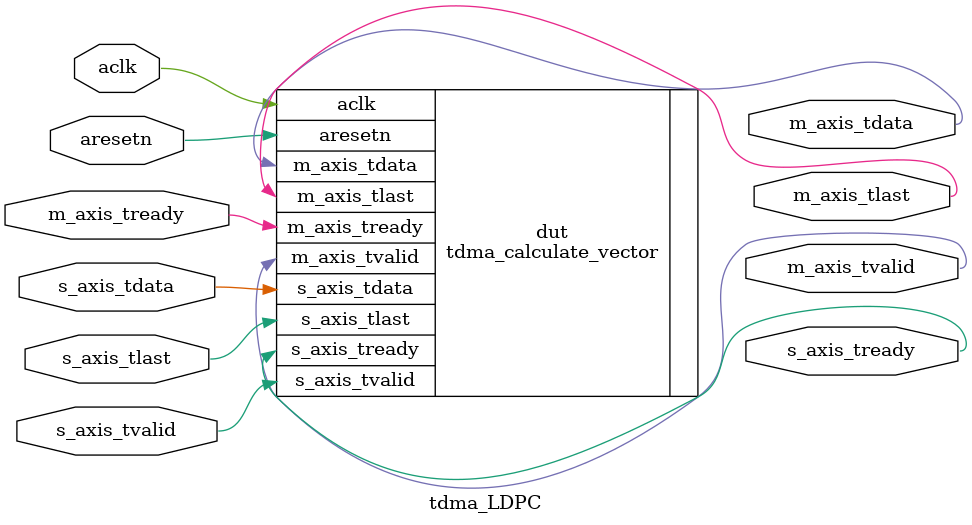
<source format=v>

module tdma_LDPC (
    input  wire aclk,             // Âõîä: òàêòîâûé ñèãíàë (clock)
    input  wire aresetn,          // Âõîä: ñèãíàë ñáðîñà 
    input  wire s_axis_tdata,     // Âõîä: 1-áèòíûå äàííûå ïî AXI-Stream
    input  wire s_axis_tvalid,    // Âõîä: âàëèäíîñòü âõîäíûõ äàííûõ
    input  wire s_axis_tlast,     // Âõîä: ïîñëåäíèé ïàêåò âõîäíûõ äàííûõ
    output wire s_axis_tready,    // Âûõîä: ãîòîâíîñòü ïðèåìà âõîäíûõ äàííûõ
    
    output wire m_axis_tdata,     // Âûõîä: 1-áèòíûå âûõîäíûå äàííûå ïî AXI-Stream
    output wire m_axis_tvalid,    // Âûõîä: âàëèäíîñòü âûõîäíûõ äàííûõ
    input  wire m_axis_tready,    // Âõîä: ãîòîâíîñòü ïðèåìà âûõîäíûõ äàííûõ
    output wire m_axis_tlast      // Âûõîä: ïîñëåäíèé ïàêåò âûõîäíûõ äàííûõ
);

// Èíñòàíñ DUT (calculate_vector) - ïîäêëþ÷àåì âñå ïîðòû íàïðÿìóþ.
tdma_calculate_vector dut (
    .aclk(aclk),
    .aresetn(aresetn),
    .s_axis_tdata(s_axis_tdata),
    .s_axis_tvalid(s_axis_tvalid),
    .s_axis_tready(s_axis_tready),
    .s_axis_tlast(s_axis_tlast),
    .m_axis_tdata(m_axis_tdata),
    .m_axis_tvalid(m_axis_tvalid),
    .m_axis_tready(m_axis_tready),
    .m_axis_tlast(m_axis_tlast)
);

endmodule

// Ìîäóëü bit_receiver ïðèíèìàåò áèòû èç calculate_vector, 1 áèò çà 1 òàêò è âîçâðàùàåò  â calculate_vector óæå êàê br_m_axis_tdata ,
//br_m_axis_tdata óæå ó÷àñòâóåò â óìíîæåíèè ñòðîêè èç ìàòðèöû .
//ìîäóëü ñîçäàí äëÿ óäîáñòâà ÷åðåäîâàíèÿ  âûäà÷è 640 áèò è 128 áèò. 

//Ìîäóëü shift_register_processor ãåíåðèðóåò 640 ñòðîê ìàòðèöû Pg èç 20 áàçîâûõ (ïî 128 áèò) ïóò¸ì öèêëè÷åñêèõ ñäâèãîâ (32 ðàçà íà êàæäóþ).
// Çàãðóæàåò ñòðîêè èç ôàéëà , âûäà¸ò ïî îäíîé ñòðîêå çà òàêò ïðè en=1 , ïî ñèãíàëó out_row ïåðåäàåò â calculate_vector äëÿ óìíîæåíèÿ 

//Ìîäóëü calculate_vector âûïîëíÿåò íàêîïëåíèå è ðàñ÷åòû ,
// ÷åðåç ìóëüòèïëåêñîð ïî ñîñòîÿíèþ is_transmitting = 0 âûäàåò 640 áèò ÷åðåç ñèãíàë br_m_axis_tdata,
// ïî ñîñòîÿíèþ is_transmitting = 1 âûäàåò 128 áèò ÷åðåç ñèãíàë m_axis_tdata . 
</source>
